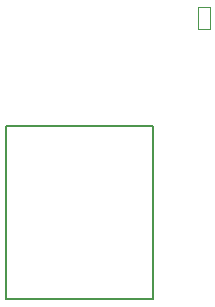
<source format=gbr>
%TF.GenerationSoftware,KiCad,Pcbnew,5.1.5+dfsg1-2~bpo10+1*%
%TF.CreationDate,Date%
%TF.ProjectId,osw,6f73772e-6b69-4636-9164-5f7063625858,3.0*%
%TF.SameCoordinates,Original*%
%TF.FileFunction,Other,User*%
%FSLAX46Y46*%
G04 Gerber Fmt 4.6, Leading zero omitted, Abs format (unit mm)*
G04 Created by KiCad*
%MOMM*%
%LPD*%
G04 APERTURE LIST*
%ADD10C,0.150000*%
%ADD11C,0.050000*%
G04 APERTURE END LIST*
D10*
%TO.C,U4*%
X138430000Y-116520000D02*
X138430000Y-101920000D01*
X150880000Y-116520000D02*
X138430000Y-116520000D01*
X150880000Y-101920000D02*
X150880000Y-116520000D01*
X138430000Y-101920000D02*
X150880000Y-101920000D01*
D11*
%TO.C,R5*%
X155664000Y-91843500D02*
X154724000Y-91843500D01*
X154724000Y-91843500D02*
X154724000Y-93703500D01*
X154724000Y-93703500D02*
X155664000Y-93703500D01*
X155664000Y-93703500D02*
X155664000Y-91843500D01*
%TD*%
M02*

</source>
